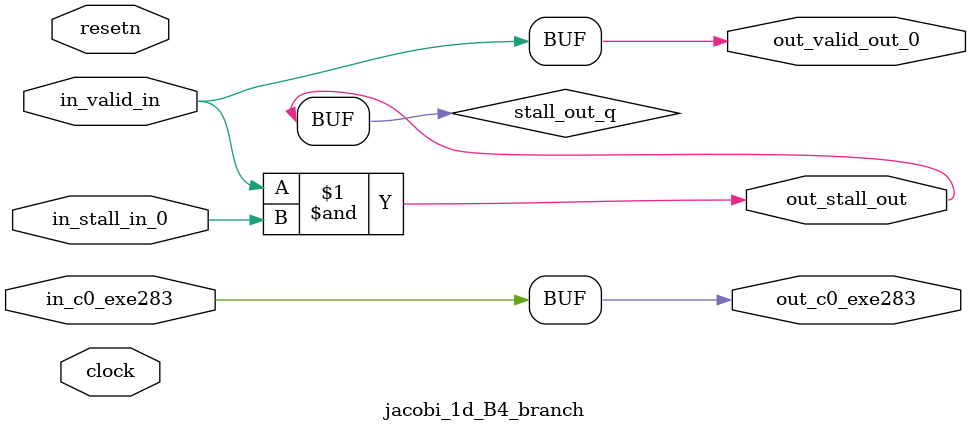
<source format=sv>



(* altera_attribute = "-name AUTO_SHIFT_REGISTER_RECOGNITION OFF; -name MESSAGE_DISABLE 10036; -name MESSAGE_DISABLE 10037; -name MESSAGE_DISABLE 14130; -name MESSAGE_DISABLE 14320; -name MESSAGE_DISABLE 15400; -name MESSAGE_DISABLE 14130; -name MESSAGE_DISABLE 10036; -name MESSAGE_DISABLE 12020; -name MESSAGE_DISABLE 12030; -name MESSAGE_DISABLE 12010; -name MESSAGE_DISABLE 12110; -name MESSAGE_DISABLE 14320; -name MESSAGE_DISABLE 13410; -name MESSAGE_DISABLE 113007; -name MESSAGE_DISABLE 10958" *)
module jacobi_1d_B4_branch (
    input wire [0:0] in_c0_exe283,
    input wire [0:0] in_stall_in_0,
    input wire [0:0] in_valid_in,
    output wire [0:0] out_c0_exe283,
    output wire [0:0] out_stall_out,
    output wire [0:0] out_valid_out_0,
    input wire clock,
    input wire resetn
    );

    wire [0:0] stall_out_q;


    // out_c0_exe283(GPOUT,5)
    assign out_c0_exe283 = in_c0_exe283;

    // stall_out(LOGICAL,8)
    assign stall_out_q = in_valid_in & in_stall_in_0;

    // out_stall_out(GPOUT,6)
    assign out_stall_out = stall_out_q;

    // out_valid_out_0(GPOUT,7)
    assign out_valid_out_0 = in_valid_in;

endmodule

</source>
